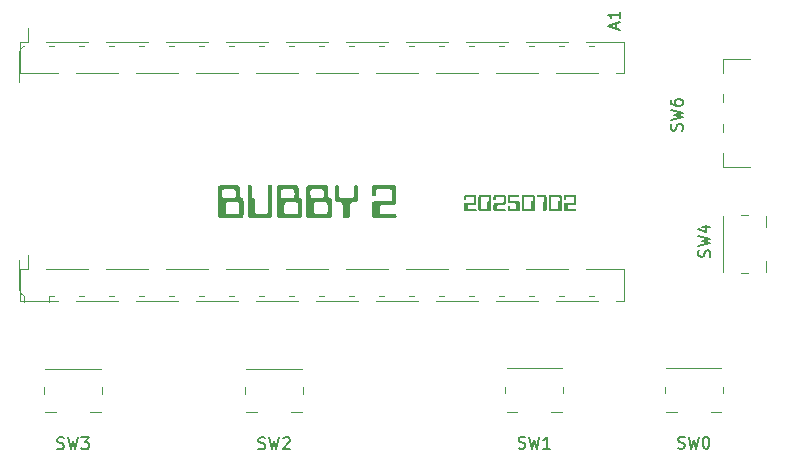
<source format=gbr>
%TF.GenerationSoftware,KiCad,Pcbnew,9.0.0*%
%TF.CreationDate,2025-07-02T08:41:32-07:00*%
%TF.ProjectId,bubby2,62756262-7932-42e6-9b69-6361645f7063,rev?*%
%TF.SameCoordinates,Original*%
%TF.FileFunction,Legend,Top*%
%TF.FilePolarity,Positive*%
%FSLAX46Y46*%
G04 Gerber Fmt 4.6, Leading zero omitted, Abs format (unit mm)*
G04 Created by KiCad (PCBNEW 9.0.0) date 2025-07-02 08:41:32*
%MOMM*%
%LPD*%
G01*
G04 APERTURE LIST*
%ADD10C,0.150000*%
%ADD11C,0.120000*%
G04 APERTURE END LIST*
D10*
G36*
X226601278Y-111187756D02*
G01*
X226598207Y-111248485D01*
X226590745Y-111285850D01*
X226576466Y-111316374D01*
X226555117Y-111340163D01*
X226530033Y-111355654D01*
X226499429Y-111365259D01*
X226393550Y-111371488D01*
X226068218Y-111371488D01*
X225969575Y-111376800D01*
X225937600Y-111386809D01*
X225916086Y-111404552D01*
X225902271Y-111430389D01*
X225894012Y-111470589D01*
X225889891Y-111591031D01*
X225897218Y-111677402D01*
X225908549Y-111703329D01*
X225927626Y-111723197D01*
X225946494Y-111736020D01*
X225974795Y-111742431D01*
X226020957Y-111745637D01*
X226093406Y-111746645D01*
X226433392Y-111746645D01*
X226516190Y-111747744D01*
X226555117Y-111754979D01*
X226576046Y-111764999D01*
X226593860Y-111783281D01*
X226605524Y-111807117D01*
X226609613Y-111836679D01*
X226601599Y-111878995D01*
X226580212Y-111903723D01*
X226544640Y-111916784D01*
X226475341Y-111922500D01*
X225753420Y-111922500D01*
X225654776Y-111915172D01*
X225620358Y-111903646D01*
X225596066Y-111885680D01*
X225579013Y-111860198D01*
X225567673Y-111823490D01*
X225560346Y-111718160D01*
X225560346Y-111397866D01*
X225565567Y-111299955D01*
X225573853Y-111270947D01*
X225587640Y-111246191D01*
X225613571Y-111221286D01*
X225644335Y-111206166D01*
X225682679Y-111198768D01*
X225749298Y-111195633D01*
X226231892Y-111195633D01*
X226292800Y-111195633D01*
X226363050Y-111188397D01*
X226386695Y-111177779D01*
X226403991Y-111161286D01*
X226415463Y-111138468D01*
X226422859Y-111102851D01*
X226427072Y-111001734D01*
X226427072Y-110887062D01*
X226421852Y-110784938D01*
X226412680Y-110750626D01*
X226397671Y-110727602D01*
X226375567Y-110711914D01*
X226343083Y-110702598D01*
X226246638Y-110697377D01*
X225908758Y-110697377D01*
X225823762Y-110702598D01*
X225793575Y-110710498D01*
X225772288Y-110722290D01*
X225756384Y-110739074D01*
X225746093Y-110760758D01*
X225738765Y-110824048D01*
X225736659Y-110869660D01*
X225729493Y-110936193D01*
X225716692Y-110969403D01*
X225693108Y-110988830D01*
X225650655Y-110996331D01*
X225602934Y-110988047D01*
X225578206Y-110967113D01*
X225565985Y-110930181D01*
X225560346Y-110849877D01*
X225560346Y-110722290D01*
X225567673Y-110617785D01*
X225579527Y-110581734D01*
X225598173Y-110557151D01*
X225624797Y-110540210D01*
X225664210Y-110528850D01*
X225778607Y-110521523D01*
X226376697Y-110521523D01*
X226488988Y-110527842D01*
X226525176Y-110537166D01*
X226550903Y-110550740D01*
X226575999Y-110572722D01*
X226591753Y-110602947D01*
X226599172Y-110649933D01*
X226601278Y-110722015D01*
X226601278Y-111187756D01*
G37*
G36*
X227762378Y-110528941D02*
G01*
X227798873Y-110540460D01*
X227824294Y-110558342D01*
X227842127Y-110583897D01*
X227853695Y-110621265D01*
X227861022Y-110727328D01*
X227861022Y-111733456D01*
X227853695Y-111829077D01*
X227842291Y-111862624D01*
X227824294Y-111886779D01*
X227799121Y-111903881D01*
X227763477Y-111915172D01*
X227661720Y-111922500D01*
X226988067Y-111922500D01*
X226878891Y-111915172D01*
X226840821Y-111903042D01*
X226814869Y-111883665D01*
X226797052Y-111856160D01*
X226785560Y-111817536D01*
X226778232Y-111706161D01*
X226778232Y-110895031D01*
X226954454Y-110895031D01*
X226954454Y-111538458D01*
X226958667Y-111652031D01*
X226965868Y-111690989D01*
X226976527Y-111715137D01*
X226993615Y-111731889D01*
X227019575Y-111741424D01*
X227099259Y-111746645D01*
X227319627Y-111746645D01*
X227438146Y-111742431D01*
X227477520Y-111734361D01*
X227501161Y-111721457D01*
X227516950Y-111701126D01*
X227526348Y-111669891D01*
X227531569Y-111574179D01*
X227531569Y-111288231D01*
X227533675Y-111216790D01*
X227535782Y-111152585D01*
X227546223Y-111112651D01*
X227570403Y-111086365D01*
X227613451Y-111065390D01*
X227653810Y-111043780D01*
X227672161Y-111024357D01*
X227680900Y-110997459D01*
X227684801Y-110943391D01*
X227686907Y-110857204D01*
X227680588Y-110777336D01*
X227671003Y-110748405D01*
X227656408Y-110727877D01*
X227635833Y-110713331D01*
X227606124Y-110703697D01*
X227523234Y-110697377D01*
X227137086Y-110697377D01*
X227035328Y-110702690D01*
X227002164Y-110712140D01*
X226980740Y-110727877D01*
X226966849Y-110751131D01*
X226958667Y-110786770D01*
X226954454Y-110895031D01*
X226778232Y-110895031D01*
X226778232Y-110727328D01*
X226785560Y-110617144D01*
X226796620Y-110585238D01*
X226813861Y-110561456D01*
X226839669Y-110542214D01*
X226872571Y-110529949D01*
X226913530Y-110524045D01*
X226985961Y-110521523D01*
X227657507Y-110521523D01*
X227762378Y-110528941D01*
G37*
G36*
X229085228Y-111187756D02*
G01*
X229082157Y-111248485D01*
X229074695Y-111285850D01*
X229060416Y-111316374D01*
X229039066Y-111340163D01*
X229013983Y-111355654D01*
X228983379Y-111365259D01*
X228877500Y-111371488D01*
X228552168Y-111371488D01*
X228453525Y-111376800D01*
X228421549Y-111386809D01*
X228400035Y-111404552D01*
X228386221Y-111430389D01*
X228377962Y-111470589D01*
X228373840Y-111591031D01*
X228381168Y-111677402D01*
X228392499Y-111703329D01*
X228411576Y-111723197D01*
X228430444Y-111736020D01*
X228458745Y-111742431D01*
X228504907Y-111745637D01*
X228577356Y-111746645D01*
X228917342Y-111746645D01*
X229000140Y-111747744D01*
X229039066Y-111754979D01*
X229059996Y-111764999D01*
X229077809Y-111783281D01*
X229089474Y-111807117D01*
X229093563Y-111836679D01*
X229085549Y-111878995D01*
X229064162Y-111903723D01*
X229028589Y-111916784D01*
X228959290Y-111922500D01*
X228237370Y-111922500D01*
X228138726Y-111915172D01*
X228104308Y-111903646D01*
X228080016Y-111885680D01*
X228062962Y-111860198D01*
X228051623Y-111823490D01*
X228044296Y-111718160D01*
X228044296Y-111397866D01*
X228049516Y-111299955D01*
X228057803Y-111270947D01*
X228071590Y-111246191D01*
X228097521Y-111221286D01*
X228128285Y-111206166D01*
X228166629Y-111198768D01*
X228233248Y-111195633D01*
X228715841Y-111195633D01*
X228776749Y-111195633D01*
X228847000Y-111188397D01*
X228870644Y-111177779D01*
X228887941Y-111161286D01*
X228899412Y-111138468D01*
X228906809Y-111102851D01*
X228911022Y-111001734D01*
X228911022Y-110887062D01*
X228905801Y-110784938D01*
X228896629Y-110750626D01*
X228881621Y-110727602D01*
X228859517Y-110711914D01*
X228827033Y-110702598D01*
X228730588Y-110697377D01*
X228392708Y-110697377D01*
X228307712Y-110702598D01*
X228277525Y-110710498D01*
X228256237Y-110722290D01*
X228240333Y-110739074D01*
X228230042Y-110760758D01*
X228222715Y-110824048D01*
X228220608Y-110869660D01*
X228213443Y-110936193D01*
X228200642Y-110969403D01*
X228177058Y-110988830D01*
X228134604Y-110996331D01*
X228086884Y-110988047D01*
X228062156Y-110967113D01*
X228049935Y-110930181D01*
X228044296Y-110849877D01*
X228044296Y-110722290D01*
X228051623Y-110617785D01*
X228063476Y-110581734D01*
X228082123Y-110557151D01*
X228108747Y-110540210D01*
X228148160Y-110528850D01*
X228262557Y-110521523D01*
X228860647Y-110521523D01*
X228972938Y-110527842D01*
X229009125Y-110537166D01*
X229034853Y-110550740D01*
X229059949Y-110572722D01*
X229075703Y-110602947D01*
X229083122Y-110649933D01*
X229085228Y-110722015D01*
X229085228Y-111187756D01*
G37*
G36*
X230288368Y-111698468D02*
G01*
X230280950Y-111815704D01*
X230269339Y-111856058D01*
X230251549Y-111883756D01*
X230225957Y-111903215D01*
X230189725Y-111915172D01*
X230082655Y-111922500D01*
X229463591Y-111922500D01*
X229351300Y-111915172D01*
X229311975Y-111903603D01*
X229285263Y-111885955D01*
X229266566Y-111860467D01*
X229254763Y-111824222D01*
X229247436Y-111717519D01*
X229247436Y-111598267D01*
X229250550Y-111516751D01*
X229266395Y-111479107D01*
X229295888Y-111455734D01*
X229335638Y-111447691D01*
X229378458Y-111455174D01*
X229403782Y-111474894D01*
X229417793Y-111507708D01*
X229423749Y-111568958D01*
X229428969Y-111662015D01*
X229437355Y-111693772D01*
X229449944Y-111715321D01*
X229468521Y-111730652D01*
X229495098Y-111740416D01*
X229572767Y-111746645D01*
X229780496Y-111746645D01*
X229874926Y-111741424D01*
X229907602Y-111732565D01*
X229929515Y-111718435D01*
X229944556Y-111697551D01*
X229953603Y-111667144D01*
X229958915Y-111579125D01*
X229958915Y-111428457D01*
X229953603Y-111330088D01*
X229944027Y-111297795D01*
X229927408Y-111275592D01*
X229902826Y-111261032D01*
X229864393Y-111252602D01*
X229751095Y-111248389D01*
X229455256Y-111248389D01*
X229348186Y-111241062D01*
X229311492Y-111229753D01*
X229285263Y-111212577D01*
X229266566Y-111187956D01*
X229254763Y-111152585D01*
X229247436Y-111050369D01*
X229247436Y-110692157D01*
X229255862Y-110608992D01*
X229267923Y-110579054D01*
X229286271Y-110556327D01*
X229311294Y-110539899D01*
X229346080Y-110528941D01*
X229440510Y-110521523D01*
X230074320Y-110521523D01*
X230153080Y-110527604D01*
X230191831Y-110541215D01*
X230214818Y-110566951D01*
X230223339Y-110610457D01*
X230215855Y-110652676D01*
X230196045Y-110677777D01*
X230162848Y-110691480D01*
X230099508Y-110697377D01*
X229593742Y-110697377D01*
X229499311Y-110703789D01*
X229468879Y-110713037D01*
X229451043Y-110725129D01*
X229439140Y-110745875D01*
X229428969Y-110783748D01*
X229421642Y-110897779D01*
X229427962Y-110989461D01*
X229438101Y-111020395D01*
X229454157Y-111041668D01*
X229476982Y-111056332D01*
X229509753Y-111066123D01*
X229606290Y-111072534D01*
X230072214Y-111072534D01*
X230183405Y-111079862D01*
X230222013Y-111091358D01*
X230249442Y-111109171D01*
X230269030Y-111134619D01*
X230280950Y-111169896D01*
X230288368Y-111273485D01*
X230288368Y-111698468D01*
G37*
G36*
X231442141Y-110528941D02*
G01*
X231478635Y-110540460D01*
X231504057Y-110558342D01*
X231521890Y-110583897D01*
X231533457Y-110621265D01*
X231540785Y-110727328D01*
X231540785Y-111733456D01*
X231533457Y-111829077D01*
X231522054Y-111862624D01*
X231504057Y-111886779D01*
X231478884Y-111903881D01*
X231443240Y-111915172D01*
X231341483Y-111922500D01*
X230667830Y-111922500D01*
X230558654Y-111915172D01*
X230520584Y-111903042D01*
X230494632Y-111883665D01*
X230476815Y-111856160D01*
X230465322Y-111817536D01*
X230457995Y-111706161D01*
X230457995Y-110895031D01*
X230634216Y-110895031D01*
X230634216Y-111538458D01*
X230638429Y-111652031D01*
X230645631Y-111690989D01*
X230656290Y-111715137D01*
X230673378Y-111731889D01*
X230699338Y-111741424D01*
X230779022Y-111746645D01*
X230999390Y-111746645D01*
X231117909Y-111742431D01*
X231157283Y-111734361D01*
X231180923Y-111721457D01*
X231196713Y-111701126D01*
X231206111Y-111669891D01*
X231211332Y-111574179D01*
X231211332Y-111288231D01*
X231213438Y-111216790D01*
X231215545Y-111152585D01*
X231225986Y-111112651D01*
X231250166Y-111086365D01*
X231293214Y-111065390D01*
X231333572Y-111043780D01*
X231351924Y-111024357D01*
X231360663Y-110997459D01*
X231364563Y-110943391D01*
X231366670Y-110857204D01*
X231360350Y-110777336D01*
X231350766Y-110748405D01*
X231336170Y-110727877D01*
X231315595Y-110713331D01*
X231285887Y-110703697D01*
X231202997Y-110697377D01*
X230816849Y-110697377D01*
X230715091Y-110702690D01*
X230681927Y-110712140D01*
X230660503Y-110727877D01*
X230646612Y-110751131D01*
X230638429Y-110786770D01*
X230634216Y-110895031D01*
X230457995Y-110895031D01*
X230457995Y-110727328D01*
X230465322Y-110617144D01*
X230476383Y-110585238D01*
X230493624Y-110561456D01*
X230519432Y-110542214D01*
X230552334Y-110529949D01*
X230593293Y-110524045D01*
X230665724Y-110521523D01*
X231337269Y-110521523D01*
X231442141Y-110528941D01*
G37*
G36*
X232540410Y-111727136D02*
G01*
X232533082Y-111821658D01*
X232522621Y-111856722D01*
X232507895Y-111881558D01*
X232487078Y-111900179D01*
X232458527Y-111913066D01*
X232424928Y-111919893D01*
X232378843Y-111922500D01*
X232295953Y-111914073D01*
X232266171Y-111902023D01*
X232243471Y-111883665D01*
X232227217Y-111858516D01*
X232216177Y-111822757D01*
X232208850Y-111724938D01*
X232208850Y-111268997D01*
X232211964Y-111180703D01*
X232222497Y-111125016D01*
X232244479Y-111090395D01*
X232284413Y-111067222D01*
X232325354Y-111044141D01*
X232349442Y-111015748D01*
X232360983Y-110971601D01*
X232364188Y-110903274D01*
X232359975Y-110790892D01*
X232351518Y-110753422D01*
X232336894Y-110728976D01*
X232314670Y-110712290D01*
X232282306Y-110702690D01*
X232183662Y-110697377D01*
X231805941Y-110697377D01*
X231744331Y-110691488D01*
X231710411Y-110677502D01*
X231689653Y-110652636D01*
X231682110Y-110613663D01*
X231690234Y-110570858D01*
X231712518Y-110543504D01*
X231748443Y-110527904D01*
X231810154Y-110521523D01*
X232349442Y-110521523D01*
X232444972Y-110529949D01*
X232478538Y-110542132D01*
X232502674Y-110560357D01*
X232519932Y-110585734D01*
X232531983Y-110622364D01*
X232540410Y-110723206D01*
X232540410Y-111727136D01*
G37*
G36*
X233722392Y-110528941D02*
G01*
X233758887Y-110540460D01*
X233784308Y-110558342D01*
X233802141Y-110583897D01*
X233813709Y-110621265D01*
X233821036Y-110727328D01*
X233821036Y-111733456D01*
X233813709Y-111829077D01*
X233802305Y-111862624D01*
X233784308Y-111886779D01*
X233759135Y-111903881D01*
X233723491Y-111915172D01*
X233621734Y-111922500D01*
X232948081Y-111922500D01*
X232838905Y-111915172D01*
X232800835Y-111903042D01*
X232774883Y-111883665D01*
X232757066Y-111856160D01*
X232745574Y-111817536D01*
X232738246Y-111706161D01*
X232738246Y-110895031D01*
X232914468Y-110895031D01*
X232914468Y-111538458D01*
X232918681Y-111652031D01*
X232925882Y-111690989D01*
X232936541Y-111715137D01*
X232953629Y-111731889D01*
X232979589Y-111741424D01*
X233059273Y-111746645D01*
X233279641Y-111746645D01*
X233398160Y-111742431D01*
X233437534Y-111734361D01*
X233461175Y-111721457D01*
X233476964Y-111701126D01*
X233486362Y-111669891D01*
X233491583Y-111574179D01*
X233491583Y-111288231D01*
X233493689Y-111216790D01*
X233495796Y-111152585D01*
X233506237Y-111112651D01*
X233530417Y-111086365D01*
X233573465Y-111065390D01*
X233613824Y-111043780D01*
X233632175Y-111024357D01*
X233640914Y-110997459D01*
X233644815Y-110943391D01*
X233646921Y-110857204D01*
X233640602Y-110777336D01*
X233631017Y-110748405D01*
X233616421Y-110727877D01*
X233595847Y-110713331D01*
X233566138Y-110703697D01*
X233483248Y-110697377D01*
X233097100Y-110697377D01*
X232995342Y-110702690D01*
X232962178Y-110712140D01*
X232940754Y-110727877D01*
X232926863Y-110751131D01*
X232918681Y-110786770D01*
X232914468Y-110895031D01*
X232738246Y-110895031D01*
X232738246Y-110727328D01*
X232745574Y-110617144D01*
X232756634Y-110585238D01*
X232773875Y-110561456D01*
X232799683Y-110542214D01*
X232832585Y-110529949D01*
X232873544Y-110524045D01*
X232945975Y-110521523D01*
X233617521Y-110521523D01*
X233722392Y-110528941D01*
G37*
G36*
X235045242Y-111187756D02*
G01*
X235042171Y-111248485D01*
X235034709Y-111285850D01*
X235020430Y-111316374D01*
X234999080Y-111340163D01*
X234973997Y-111355654D01*
X234943393Y-111365259D01*
X234837514Y-111371488D01*
X234512182Y-111371488D01*
X234413539Y-111376800D01*
X234381563Y-111386809D01*
X234360049Y-111404552D01*
X234346235Y-111430389D01*
X234337976Y-111470589D01*
X234333854Y-111591031D01*
X234341182Y-111677402D01*
X234352513Y-111703329D01*
X234371590Y-111723197D01*
X234390458Y-111736020D01*
X234418759Y-111742431D01*
X234464921Y-111745637D01*
X234537370Y-111746645D01*
X234877356Y-111746645D01*
X234960154Y-111747744D01*
X234999080Y-111754979D01*
X235020010Y-111764999D01*
X235037823Y-111783281D01*
X235049488Y-111807117D01*
X235053577Y-111836679D01*
X235045563Y-111878995D01*
X235024176Y-111903723D01*
X234988603Y-111916784D01*
X234919304Y-111922500D01*
X234197384Y-111922500D01*
X234098740Y-111915172D01*
X234064322Y-111903646D01*
X234040030Y-111885680D01*
X234022976Y-111860198D01*
X234011637Y-111823490D01*
X234004310Y-111718160D01*
X234004310Y-111397866D01*
X234009530Y-111299955D01*
X234017817Y-111270947D01*
X234031604Y-111246191D01*
X234057535Y-111221286D01*
X234088299Y-111206166D01*
X234126643Y-111198768D01*
X234193262Y-111195633D01*
X234675855Y-111195633D01*
X234736763Y-111195633D01*
X234807014Y-111188397D01*
X234830658Y-111177779D01*
X234847955Y-111161286D01*
X234859426Y-111138468D01*
X234866823Y-111102851D01*
X234871036Y-111001734D01*
X234871036Y-110887062D01*
X234865815Y-110784938D01*
X234856643Y-110750626D01*
X234841635Y-110727602D01*
X234819531Y-110711914D01*
X234787047Y-110702598D01*
X234690602Y-110697377D01*
X234352722Y-110697377D01*
X234267726Y-110702598D01*
X234237539Y-110710498D01*
X234216251Y-110722290D01*
X234200347Y-110739074D01*
X234190056Y-110760758D01*
X234182729Y-110824048D01*
X234180622Y-110869660D01*
X234173457Y-110936193D01*
X234160656Y-110969403D01*
X234137071Y-110988830D01*
X234094618Y-110996331D01*
X234046898Y-110988047D01*
X234022170Y-110967113D01*
X234009949Y-110930181D01*
X234004310Y-110849877D01*
X234004310Y-110722290D01*
X234011637Y-110617785D01*
X234023490Y-110581734D01*
X234042137Y-110557151D01*
X234068761Y-110540210D01*
X234108174Y-110528850D01*
X234222571Y-110521523D01*
X234820661Y-110521523D01*
X234932951Y-110527842D01*
X234969139Y-110537166D01*
X234994867Y-110550740D01*
X235019963Y-110572722D01*
X235035717Y-110602947D01*
X235043136Y-110649933D01*
X235045242Y-110722015D01*
X235045242Y-111187756D01*
G37*
G36*
X206382493Y-109707883D02*
G01*
X206443715Y-109728720D01*
X206493868Y-109760457D01*
X206533636Y-109811077D01*
X206560913Y-109870366D01*
X206575841Y-109941029D01*
X206581979Y-110055746D01*
X206581979Y-110477615D01*
X206586192Y-110612803D01*
X206605059Y-110697067D01*
X206651221Y-110749823D01*
X206733104Y-110789757D01*
X206816818Y-110830057D01*
X206860965Y-110886844D01*
X206879833Y-110988143D01*
X206884046Y-111165280D01*
X206884046Y-112114347D01*
X206867193Y-112312733D01*
X206843202Y-112382186D01*
X206808575Y-112430886D01*
X206760486Y-112465801D01*
X206693170Y-112489870D01*
X206506324Y-112506723D01*
X205121284Y-112506723D01*
X204919784Y-112492069D01*
X204856982Y-112471002D01*
X204806577Y-112439312D01*
X204760985Y-112384193D01*
X204735136Y-112323175D01*
X204723496Y-112247515D01*
X204718467Y-112110134D01*
X204718467Y-111713911D01*
X205373160Y-111713911D01*
X205381586Y-111947102D01*
X205396399Y-112027196D01*
X205419322Y-112079359D01*
X205455537Y-112117302D01*
X205507432Y-112140359D01*
X205666984Y-112155013D01*
X206195831Y-112155013D01*
X206384691Y-112144572D01*
X206444265Y-112123539D01*
X206485442Y-112083572D01*
X206510639Y-112025197D01*
X206525192Y-111928234D01*
X206531603Y-111634043D01*
X206525192Y-111365315D01*
X206511306Y-111275767D01*
X206487457Y-111220418D01*
X206448730Y-111181415D01*
X206392935Y-111159419D01*
X206216713Y-111146779D01*
X205688050Y-111146779D01*
X205530513Y-111157404D01*
X205474554Y-111173453D01*
X205436174Y-111197337D01*
X205408674Y-111232041D01*
X205390012Y-111283433D01*
X205377373Y-111428330D01*
X205373160Y-111713911D01*
X204718467Y-111713911D01*
X204718467Y-110445558D01*
X205070909Y-110445558D01*
X205081350Y-110630938D01*
X205098765Y-110695285D01*
X205125497Y-110737550D01*
X205165218Y-110766532D01*
X205224233Y-110784445D01*
X205402652Y-110795069D01*
X205943955Y-110795069D01*
X206088669Y-110780232D01*
X206140081Y-110758820D01*
X206176963Y-110726926D01*
X206202571Y-110682796D01*
X206220927Y-110616100D01*
X206233566Y-110428522D01*
X206223125Y-110232334D01*
X206206264Y-110161496D01*
X206181176Y-110115097D01*
X206144100Y-110081499D01*
X206092882Y-110059776D01*
X205943955Y-110044755D01*
X205410895Y-110044755D01*
X205226248Y-110055380D01*
X205165724Y-110074706D01*
X205123482Y-110108686D01*
X205095623Y-110157636D01*
X205079335Y-110230319D01*
X205070909Y-110445558D01*
X204718467Y-110445558D01*
X204718467Y-110076995D01*
X204735136Y-109878792D01*
X204760729Y-109810142D01*
X204800166Y-109762655D01*
X204855105Y-109730085D01*
X204934622Y-109707883D01*
X205163416Y-109693046D01*
X206170551Y-109693046D01*
X206382493Y-109707883D01*
G37*
G36*
X209298936Y-112127170D02*
G01*
X209282083Y-112327571D01*
X209255439Y-112393615D01*
X209210825Y-112441327D01*
X209149040Y-112473226D01*
X209057502Y-112494084D01*
X208791155Y-112506723D01*
X207695726Y-112506723D01*
X207452277Y-112492069D01*
X207366827Y-112469183D01*
X207307380Y-112435099D01*
X207264743Y-112384869D01*
X207238137Y-112312733D01*
X207221467Y-112106104D01*
X207221467Y-109909017D01*
X207234954Y-109800462D01*
X207269302Y-109733564D01*
X207321607Y-109695120D01*
X207397689Y-109681322D01*
X207483485Y-109695949D01*
X207533976Y-109734262D01*
X207562202Y-109797355D01*
X207573910Y-109909750D01*
X207573910Y-110357814D01*
X207573910Y-110493185D01*
X207580186Y-110611574D01*
X207594976Y-110679298D01*
X207625473Y-110728984D01*
X207674660Y-110759532D01*
X207746101Y-110793421D01*
X207815344Y-110835736D01*
X207857293Y-110897102D01*
X207876160Y-111011224D01*
X207880373Y-111203565D01*
X207880373Y-111685701D01*
X207880373Y-111837925D01*
X207893013Y-112007002D01*
X207913241Y-112063962D01*
X207945403Y-112102257D01*
X207990951Y-112127629D01*
X208058793Y-112144572D01*
X208258095Y-112155013D01*
X208640030Y-112155013D01*
X208795368Y-112142374D01*
X208849233Y-112123626D01*
X208887692Y-112095846D01*
X208915186Y-112056776D01*
X208933854Y-112000774D01*
X208946494Y-111842138D01*
X208946494Y-111694127D01*
X208946494Y-109909750D01*
X208958737Y-109797562D01*
X208988442Y-109734262D01*
X209040184Y-109695693D01*
X209122715Y-109681322D01*
X209205264Y-109695651D01*
X209256987Y-109734078D01*
X209286707Y-109797316D01*
X209298936Y-109909017D01*
X209298936Y-112127170D01*
G37*
G36*
X211353324Y-109707883D02*
G01*
X211414545Y-109728720D01*
X211464698Y-109760457D01*
X211504467Y-109811077D01*
X211531743Y-109870366D01*
X211546671Y-109941029D01*
X211552809Y-110055746D01*
X211552809Y-110477615D01*
X211557022Y-110612803D01*
X211575890Y-110697067D01*
X211622052Y-110749823D01*
X211703934Y-110789757D01*
X211787648Y-110830057D01*
X211831795Y-110886844D01*
X211850663Y-110988143D01*
X211854876Y-111165280D01*
X211854876Y-112114347D01*
X211838024Y-112312733D01*
X211814032Y-112382186D01*
X211779405Y-112430886D01*
X211731317Y-112465801D01*
X211664001Y-112489870D01*
X211477155Y-112506723D01*
X210092115Y-112506723D01*
X209890614Y-112492069D01*
X209827812Y-112471002D01*
X209777408Y-112439312D01*
X209731816Y-112384193D01*
X209705967Y-112323175D01*
X209694326Y-112247515D01*
X209689297Y-112110134D01*
X209689297Y-111713911D01*
X210343990Y-111713911D01*
X210352416Y-111947102D01*
X210367229Y-112027196D01*
X210390152Y-112079359D01*
X210426367Y-112117302D01*
X210478263Y-112140359D01*
X210637814Y-112155013D01*
X211166661Y-112155013D01*
X211355522Y-112144572D01*
X211415095Y-112123539D01*
X211456272Y-112083572D01*
X211481470Y-112025197D01*
X211496022Y-111928234D01*
X211502434Y-111634043D01*
X211496022Y-111365315D01*
X211482136Y-111275767D01*
X211458287Y-111220418D01*
X211419560Y-111181415D01*
X211363765Y-111159419D01*
X211187544Y-111146779D01*
X210658880Y-111146779D01*
X210501343Y-111157404D01*
X210445384Y-111173453D01*
X210407005Y-111197337D01*
X210379504Y-111232041D01*
X210360843Y-111283433D01*
X210348203Y-111428330D01*
X210343990Y-111713911D01*
X209689297Y-111713911D01*
X209689297Y-110445558D01*
X210041740Y-110445558D01*
X210052181Y-110630938D01*
X210069596Y-110695285D01*
X210096328Y-110737550D01*
X210136048Y-110766532D01*
X210195063Y-110784445D01*
X210373482Y-110795069D01*
X210914786Y-110795069D01*
X211059499Y-110780232D01*
X211110911Y-110758820D01*
X211147793Y-110726926D01*
X211173402Y-110682796D01*
X211191757Y-110616100D01*
X211204397Y-110428522D01*
X211193955Y-110232334D01*
X211177094Y-110161496D01*
X211152006Y-110115097D01*
X211114931Y-110081499D01*
X211063713Y-110059776D01*
X210914786Y-110044755D01*
X210381726Y-110044755D01*
X210197078Y-110055380D01*
X210136555Y-110074706D01*
X210094313Y-110108686D01*
X210066454Y-110157636D01*
X210050166Y-110230319D01*
X210041740Y-110445558D01*
X209689297Y-110445558D01*
X209689297Y-110076995D01*
X209705967Y-109878792D01*
X209731559Y-109810142D01*
X209770996Y-109762655D01*
X209825935Y-109730085D01*
X209905452Y-109707883D01*
X210134246Y-109693046D01*
X211141382Y-109693046D01*
X211353324Y-109707883D01*
G37*
G36*
X213856324Y-109707883D02*
G01*
X213917546Y-109728720D01*
X213967699Y-109760457D01*
X214007467Y-109811077D01*
X214034744Y-109870366D01*
X214049672Y-109941029D01*
X214055810Y-110055746D01*
X214055810Y-110477615D01*
X214060023Y-110612803D01*
X214078891Y-110697067D01*
X214125052Y-110749823D01*
X214206935Y-110789757D01*
X214290649Y-110830057D01*
X214334796Y-110886844D01*
X214353664Y-110988143D01*
X214357877Y-111165280D01*
X214357877Y-112114347D01*
X214341024Y-112312733D01*
X214317033Y-112382186D01*
X214282406Y-112430886D01*
X214234318Y-112465801D01*
X214167001Y-112489870D01*
X213980155Y-112506723D01*
X212595115Y-112506723D01*
X212393615Y-112492069D01*
X212330813Y-112471002D01*
X212280408Y-112439312D01*
X212234816Y-112384193D01*
X212208967Y-112323175D01*
X212197327Y-112247515D01*
X212192298Y-112110134D01*
X212192298Y-111713911D01*
X212846991Y-111713911D01*
X212855417Y-111947102D01*
X212870230Y-112027196D01*
X212893153Y-112079359D01*
X212929368Y-112117302D01*
X212981263Y-112140359D01*
X213140815Y-112155013D01*
X213669662Y-112155013D01*
X213858522Y-112144572D01*
X213918096Y-112123539D01*
X213959273Y-112083572D01*
X213984470Y-112025197D01*
X213999023Y-111928234D01*
X214005435Y-111634043D01*
X213999023Y-111365315D01*
X213985137Y-111275767D01*
X213961288Y-111220418D01*
X213922561Y-111181415D01*
X213866766Y-111159419D01*
X213690544Y-111146779D01*
X213161881Y-111146779D01*
X213004344Y-111157404D01*
X212948385Y-111173453D01*
X212910005Y-111197337D01*
X212882505Y-111232041D01*
X212863843Y-111283433D01*
X212851204Y-111428330D01*
X212846991Y-111713911D01*
X212192298Y-111713911D01*
X212192298Y-110445558D01*
X212544740Y-110445558D01*
X212555182Y-110630938D01*
X212572596Y-110695285D01*
X212599328Y-110737550D01*
X212639049Y-110766532D01*
X212698064Y-110784445D01*
X212876483Y-110795069D01*
X213417786Y-110795069D01*
X213562500Y-110780232D01*
X213613912Y-110758820D01*
X213650794Y-110726926D01*
X213676402Y-110682796D01*
X213694758Y-110616100D01*
X213707397Y-110428522D01*
X213696956Y-110232334D01*
X213680095Y-110161496D01*
X213655007Y-110115097D01*
X213617931Y-110081499D01*
X213566713Y-110059776D01*
X213417786Y-110044755D01*
X212884726Y-110044755D01*
X212700079Y-110055380D01*
X212639556Y-110074706D01*
X212597313Y-110108686D01*
X212569454Y-110157636D01*
X212553167Y-110230319D01*
X212544740Y-110445558D01*
X212192298Y-110445558D01*
X212192298Y-110076995D01*
X212208967Y-109878792D01*
X212234560Y-109810142D01*
X212273997Y-109762655D01*
X212328936Y-109730085D01*
X212408453Y-109707883D01*
X212637247Y-109693046D01*
X213644383Y-109693046D01*
X213856324Y-109707883D01*
G37*
G36*
X215929213Y-112085771D02*
G01*
X215920787Y-112264740D01*
X215895691Y-112367871D01*
X215853292Y-112430204D01*
X215794758Y-112473018D01*
X215720541Y-112497268D01*
X215610293Y-112506723D01*
X215513862Y-112501537D01*
X215442315Y-112487855D01*
X215381549Y-112461352D01*
X215337352Y-112422459D01*
X215306441Y-112370019D01*
X215284962Y-112295697D01*
X215270307Y-112088885D01*
X215270307Y-111476873D01*
X215259683Y-111305964D01*
X215244067Y-111245408D01*
X215221947Y-111204665D01*
X215189327Y-111174680D01*
X215142263Y-111154106D01*
X215010005Y-111139269D01*
X214934534Y-111135055D01*
X214842343Y-111129846D01*
X214774983Y-111116188D01*
X214718217Y-111089838D01*
X214676431Y-111050792D01*
X214646882Y-110999244D01*
X214626056Y-110928609D01*
X214611401Y-110730589D01*
X214611401Y-109925687D01*
X214623690Y-109805927D01*
X214653350Y-109738292D01*
X214706054Y-109696789D01*
X214791835Y-109681322D01*
X214877398Y-109696455D01*
X214928123Y-109736460D01*
X214956135Y-109802901D01*
X214968057Y-109926969D01*
X214968057Y-110473218D01*
X214978498Y-110642662D01*
X214996653Y-110700303D01*
X215026858Y-110740115D01*
X215070481Y-110767016D01*
X215135852Y-110784445D01*
X215329109Y-110795069D01*
X215878838Y-110795069D01*
X216067699Y-110784445D01*
X216133230Y-110767008D01*
X216176876Y-110740115D01*
X216207039Y-110700301D01*
X216225052Y-110642662D01*
X216235677Y-110473218D01*
X216235677Y-109922756D01*
X216248051Y-109802621D01*
X216277626Y-109736460D01*
X216330142Y-109696371D01*
X216416111Y-109681322D01*
X216501481Y-109696871D01*
X216552399Y-109738292D01*
X216580491Y-109806411D01*
X216592333Y-109930450D01*
X216592333Y-110737184D01*
X216577678Y-110933555D01*
X216556659Y-111005793D01*
X216527303Y-111055921D01*
X216486052Y-111093973D01*
X216430766Y-111121500D01*
X216365232Y-111137659D01*
X216273413Y-111146779D01*
X216197758Y-111146779D01*
X216061288Y-111165830D01*
X216013843Y-111186311D01*
X215979588Y-111216388D01*
X215955806Y-111256892D01*
X215939655Y-111315307D01*
X215929213Y-111479438D01*
X215929213Y-112085771D01*
G37*
G36*
X219822200Y-111025512D02*
G01*
X219816057Y-111146971D01*
X219801134Y-111221700D01*
X219772576Y-111282748D01*
X219729876Y-111330327D01*
X219679709Y-111361309D01*
X219618502Y-111380519D01*
X219406743Y-111392976D01*
X218756080Y-111392976D01*
X218558793Y-111403600D01*
X218494843Y-111423618D01*
X218451815Y-111459105D01*
X218424185Y-111510778D01*
X218407668Y-111591179D01*
X218399424Y-111832063D01*
X218414079Y-112004804D01*
X218436741Y-112056658D01*
X218474895Y-112096395D01*
X218512631Y-112122041D01*
X218569234Y-112134863D01*
X218661558Y-112141275D01*
X218806455Y-112143290D01*
X219486427Y-112143290D01*
X219652024Y-112145488D01*
X219729876Y-112159959D01*
X219771735Y-112179999D01*
X219807362Y-112216563D01*
X219830692Y-112264234D01*
X219838870Y-112323358D01*
X219822842Y-112407991D01*
X219780068Y-112457447D01*
X219708923Y-112483569D01*
X219570325Y-112495000D01*
X218126483Y-112495000D01*
X217929196Y-112480345D01*
X217860359Y-112457293D01*
X217811776Y-112421360D01*
X217777669Y-112370396D01*
X217754990Y-112296980D01*
X217740335Y-112086320D01*
X217740335Y-111445732D01*
X217750776Y-111249911D01*
X217767349Y-111191895D01*
X217794923Y-111142383D01*
X217846786Y-111092572D01*
X217908313Y-111062332D01*
X217985002Y-111047536D01*
X218118240Y-111041266D01*
X219083427Y-111041266D01*
X219205243Y-111041266D01*
X219345743Y-111026795D01*
X219393032Y-111005558D01*
X219427626Y-110972573D01*
X219450569Y-110926937D01*
X219465361Y-110855703D01*
X219473788Y-110653469D01*
X219473788Y-110424125D01*
X219463346Y-110219877D01*
X219445003Y-110151253D01*
X219414986Y-110105205D01*
X219370777Y-110073828D01*
X219305810Y-110055197D01*
X219112919Y-110044755D01*
X218437160Y-110044755D01*
X218267167Y-110055197D01*
X218206794Y-110070996D01*
X218164219Y-110094581D01*
X218132410Y-110128148D01*
X218111828Y-110171517D01*
X218097174Y-110298096D01*
X218092961Y-110389321D01*
X218078630Y-110522387D01*
X218053027Y-110588806D01*
X218005859Y-110627661D01*
X217920953Y-110642662D01*
X217825512Y-110626094D01*
X217776056Y-110584227D01*
X217751613Y-110510362D01*
X217740335Y-110349754D01*
X217740335Y-110094581D01*
X217754990Y-109885570D01*
X217778696Y-109813468D01*
X217815989Y-109764303D01*
X217869238Y-109730421D01*
X217948064Y-109707700D01*
X218176858Y-109693046D01*
X219373037Y-109693046D01*
X219597619Y-109705685D01*
X219669995Y-109724332D01*
X219721450Y-109751481D01*
X219771642Y-109795444D01*
X219803149Y-109855894D01*
X219817987Y-109949867D01*
X219822200Y-110094031D01*
X219822200Y-111025512D01*
G37*
X238454104Y-96436788D02*
X238454104Y-95960598D01*
X238739819Y-96532026D02*
X237739819Y-96198693D01*
X237739819Y-96198693D02*
X238739819Y-95865360D01*
X238739819Y-95008217D02*
X238739819Y-95579645D01*
X238739819Y-95293931D02*
X237739819Y-95293931D01*
X237739819Y-95293931D02*
X237882676Y-95389169D01*
X237882676Y-95389169D02*
X237977914Y-95484407D01*
X237977914Y-95484407D02*
X238025533Y-95579645D01*
X208141667Y-132007200D02*
X208284524Y-132054819D01*
X208284524Y-132054819D02*
X208522619Y-132054819D01*
X208522619Y-132054819D02*
X208617857Y-132007200D01*
X208617857Y-132007200D02*
X208665476Y-131959580D01*
X208665476Y-131959580D02*
X208713095Y-131864342D01*
X208713095Y-131864342D02*
X208713095Y-131769104D01*
X208713095Y-131769104D02*
X208665476Y-131673866D01*
X208665476Y-131673866D02*
X208617857Y-131626247D01*
X208617857Y-131626247D02*
X208522619Y-131578628D01*
X208522619Y-131578628D02*
X208332143Y-131531009D01*
X208332143Y-131531009D02*
X208236905Y-131483390D01*
X208236905Y-131483390D02*
X208189286Y-131435771D01*
X208189286Y-131435771D02*
X208141667Y-131340533D01*
X208141667Y-131340533D02*
X208141667Y-131245295D01*
X208141667Y-131245295D02*
X208189286Y-131150057D01*
X208189286Y-131150057D02*
X208236905Y-131102438D01*
X208236905Y-131102438D02*
X208332143Y-131054819D01*
X208332143Y-131054819D02*
X208570238Y-131054819D01*
X208570238Y-131054819D02*
X208713095Y-131102438D01*
X209046429Y-131054819D02*
X209284524Y-132054819D01*
X209284524Y-132054819D02*
X209475000Y-131340533D01*
X209475000Y-131340533D02*
X209665476Y-132054819D01*
X209665476Y-132054819D02*
X209903572Y-131054819D01*
X210236905Y-131150057D02*
X210284524Y-131102438D01*
X210284524Y-131102438D02*
X210379762Y-131054819D01*
X210379762Y-131054819D02*
X210617857Y-131054819D01*
X210617857Y-131054819D02*
X210713095Y-131102438D01*
X210713095Y-131102438D02*
X210760714Y-131150057D01*
X210760714Y-131150057D02*
X210808333Y-131245295D01*
X210808333Y-131245295D02*
X210808333Y-131340533D01*
X210808333Y-131340533D02*
X210760714Y-131483390D01*
X210760714Y-131483390D02*
X210189286Y-132054819D01*
X210189286Y-132054819D02*
X210808333Y-132054819D01*
X246357200Y-115783332D02*
X246404819Y-115640475D01*
X246404819Y-115640475D02*
X246404819Y-115402380D01*
X246404819Y-115402380D02*
X246357200Y-115307142D01*
X246357200Y-115307142D02*
X246309580Y-115259523D01*
X246309580Y-115259523D02*
X246214342Y-115211904D01*
X246214342Y-115211904D02*
X246119104Y-115211904D01*
X246119104Y-115211904D02*
X246023866Y-115259523D01*
X246023866Y-115259523D02*
X245976247Y-115307142D01*
X245976247Y-115307142D02*
X245928628Y-115402380D01*
X245928628Y-115402380D02*
X245881009Y-115592856D01*
X245881009Y-115592856D02*
X245833390Y-115688094D01*
X245833390Y-115688094D02*
X245785771Y-115735713D01*
X245785771Y-115735713D02*
X245690533Y-115783332D01*
X245690533Y-115783332D02*
X245595295Y-115783332D01*
X245595295Y-115783332D02*
X245500057Y-115735713D01*
X245500057Y-115735713D02*
X245452438Y-115688094D01*
X245452438Y-115688094D02*
X245404819Y-115592856D01*
X245404819Y-115592856D02*
X245404819Y-115354761D01*
X245404819Y-115354761D02*
X245452438Y-115211904D01*
X245404819Y-114878570D02*
X246404819Y-114640475D01*
X246404819Y-114640475D02*
X245690533Y-114449999D01*
X245690533Y-114449999D02*
X246404819Y-114259523D01*
X246404819Y-114259523D02*
X245404819Y-114021428D01*
X245738152Y-113211904D02*
X246404819Y-113211904D01*
X245357200Y-113449999D02*
X246071485Y-113688094D01*
X246071485Y-113688094D02*
X246071485Y-113069047D01*
X244007200Y-105083332D02*
X244054819Y-104940475D01*
X244054819Y-104940475D02*
X244054819Y-104702380D01*
X244054819Y-104702380D02*
X244007200Y-104607142D01*
X244007200Y-104607142D02*
X243959580Y-104559523D01*
X243959580Y-104559523D02*
X243864342Y-104511904D01*
X243864342Y-104511904D02*
X243769104Y-104511904D01*
X243769104Y-104511904D02*
X243673866Y-104559523D01*
X243673866Y-104559523D02*
X243626247Y-104607142D01*
X243626247Y-104607142D02*
X243578628Y-104702380D01*
X243578628Y-104702380D02*
X243531009Y-104892856D01*
X243531009Y-104892856D02*
X243483390Y-104988094D01*
X243483390Y-104988094D02*
X243435771Y-105035713D01*
X243435771Y-105035713D02*
X243340533Y-105083332D01*
X243340533Y-105083332D02*
X243245295Y-105083332D01*
X243245295Y-105083332D02*
X243150057Y-105035713D01*
X243150057Y-105035713D02*
X243102438Y-104988094D01*
X243102438Y-104988094D02*
X243054819Y-104892856D01*
X243054819Y-104892856D02*
X243054819Y-104654761D01*
X243054819Y-104654761D02*
X243102438Y-104511904D01*
X243054819Y-104178570D02*
X244054819Y-103940475D01*
X244054819Y-103940475D02*
X243340533Y-103749999D01*
X243340533Y-103749999D02*
X244054819Y-103559523D01*
X244054819Y-103559523D02*
X243054819Y-103321428D01*
X243054819Y-102511904D02*
X243054819Y-102702380D01*
X243054819Y-102702380D02*
X243102438Y-102797618D01*
X243102438Y-102797618D02*
X243150057Y-102845237D01*
X243150057Y-102845237D02*
X243292914Y-102940475D01*
X243292914Y-102940475D02*
X243483390Y-102988094D01*
X243483390Y-102988094D02*
X243864342Y-102988094D01*
X243864342Y-102988094D02*
X243959580Y-102940475D01*
X243959580Y-102940475D02*
X244007200Y-102892856D01*
X244007200Y-102892856D02*
X244054819Y-102797618D01*
X244054819Y-102797618D02*
X244054819Y-102607142D01*
X244054819Y-102607142D02*
X244007200Y-102511904D01*
X244007200Y-102511904D02*
X243959580Y-102464285D01*
X243959580Y-102464285D02*
X243864342Y-102416666D01*
X243864342Y-102416666D02*
X243626247Y-102416666D01*
X243626247Y-102416666D02*
X243531009Y-102464285D01*
X243531009Y-102464285D02*
X243483390Y-102511904D01*
X243483390Y-102511904D02*
X243435771Y-102607142D01*
X243435771Y-102607142D02*
X243435771Y-102797618D01*
X243435771Y-102797618D02*
X243483390Y-102892856D01*
X243483390Y-102892856D02*
X243531009Y-102940475D01*
X243531009Y-102940475D02*
X243626247Y-102988094D01*
X243666667Y-131957200D02*
X243809524Y-132004819D01*
X243809524Y-132004819D02*
X244047619Y-132004819D01*
X244047619Y-132004819D02*
X244142857Y-131957200D01*
X244142857Y-131957200D02*
X244190476Y-131909580D01*
X244190476Y-131909580D02*
X244238095Y-131814342D01*
X244238095Y-131814342D02*
X244238095Y-131719104D01*
X244238095Y-131719104D02*
X244190476Y-131623866D01*
X244190476Y-131623866D02*
X244142857Y-131576247D01*
X244142857Y-131576247D02*
X244047619Y-131528628D01*
X244047619Y-131528628D02*
X243857143Y-131481009D01*
X243857143Y-131481009D02*
X243761905Y-131433390D01*
X243761905Y-131433390D02*
X243714286Y-131385771D01*
X243714286Y-131385771D02*
X243666667Y-131290533D01*
X243666667Y-131290533D02*
X243666667Y-131195295D01*
X243666667Y-131195295D02*
X243714286Y-131100057D01*
X243714286Y-131100057D02*
X243761905Y-131052438D01*
X243761905Y-131052438D02*
X243857143Y-131004819D01*
X243857143Y-131004819D02*
X244095238Y-131004819D01*
X244095238Y-131004819D02*
X244238095Y-131052438D01*
X244571429Y-131004819D02*
X244809524Y-132004819D01*
X244809524Y-132004819D02*
X245000000Y-131290533D01*
X245000000Y-131290533D02*
X245190476Y-132004819D01*
X245190476Y-132004819D02*
X245428572Y-131004819D01*
X246000000Y-131004819D02*
X246095238Y-131004819D01*
X246095238Y-131004819D02*
X246190476Y-131052438D01*
X246190476Y-131052438D02*
X246238095Y-131100057D01*
X246238095Y-131100057D02*
X246285714Y-131195295D01*
X246285714Y-131195295D02*
X246333333Y-131385771D01*
X246333333Y-131385771D02*
X246333333Y-131623866D01*
X246333333Y-131623866D02*
X246285714Y-131814342D01*
X246285714Y-131814342D02*
X246238095Y-131909580D01*
X246238095Y-131909580D02*
X246190476Y-131957200D01*
X246190476Y-131957200D02*
X246095238Y-132004819D01*
X246095238Y-132004819D02*
X246000000Y-132004819D01*
X246000000Y-132004819D02*
X245904762Y-131957200D01*
X245904762Y-131957200D02*
X245857143Y-131909580D01*
X245857143Y-131909580D02*
X245809524Y-131814342D01*
X245809524Y-131814342D02*
X245761905Y-131623866D01*
X245761905Y-131623866D02*
X245761905Y-131385771D01*
X245761905Y-131385771D02*
X245809524Y-131195295D01*
X245809524Y-131195295D02*
X245857143Y-131100057D01*
X245857143Y-131100057D02*
X245904762Y-131052438D01*
X245904762Y-131052438D02*
X246000000Y-131004819D01*
X191116667Y-132007200D02*
X191259524Y-132054819D01*
X191259524Y-132054819D02*
X191497619Y-132054819D01*
X191497619Y-132054819D02*
X191592857Y-132007200D01*
X191592857Y-132007200D02*
X191640476Y-131959580D01*
X191640476Y-131959580D02*
X191688095Y-131864342D01*
X191688095Y-131864342D02*
X191688095Y-131769104D01*
X191688095Y-131769104D02*
X191640476Y-131673866D01*
X191640476Y-131673866D02*
X191592857Y-131626247D01*
X191592857Y-131626247D02*
X191497619Y-131578628D01*
X191497619Y-131578628D02*
X191307143Y-131531009D01*
X191307143Y-131531009D02*
X191211905Y-131483390D01*
X191211905Y-131483390D02*
X191164286Y-131435771D01*
X191164286Y-131435771D02*
X191116667Y-131340533D01*
X191116667Y-131340533D02*
X191116667Y-131245295D01*
X191116667Y-131245295D02*
X191164286Y-131150057D01*
X191164286Y-131150057D02*
X191211905Y-131102438D01*
X191211905Y-131102438D02*
X191307143Y-131054819D01*
X191307143Y-131054819D02*
X191545238Y-131054819D01*
X191545238Y-131054819D02*
X191688095Y-131102438D01*
X192021429Y-131054819D02*
X192259524Y-132054819D01*
X192259524Y-132054819D02*
X192450000Y-131340533D01*
X192450000Y-131340533D02*
X192640476Y-132054819D01*
X192640476Y-132054819D02*
X192878572Y-131054819D01*
X193164286Y-131054819D02*
X193783333Y-131054819D01*
X193783333Y-131054819D02*
X193450000Y-131435771D01*
X193450000Y-131435771D02*
X193592857Y-131435771D01*
X193592857Y-131435771D02*
X193688095Y-131483390D01*
X193688095Y-131483390D02*
X193735714Y-131531009D01*
X193735714Y-131531009D02*
X193783333Y-131626247D01*
X193783333Y-131626247D02*
X193783333Y-131864342D01*
X193783333Y-131864342D02*
X193735714Y-131959580D01*
X193735714Y-131959580D02*
X193688095Y-132007200D01*
X193688095Y-132007200D02*
X193592857Y-132054819D01*
X193592857Y-132054819D02*
X193307143Y-132054819D01*
X193307143Y-132054819D02*
X193211905Y-132007200D01*
X193211905Y-132007200D02*
X193164286Y-131959580D01*
X230166667Y-131957200D02*
X230309524Y-132004819D01*
X230309524Y-132004819D02*
X230547619Y-132004819D01*
X230547619Y-132004819D02*
X230642857Y-131957200D01*
X230642857Y-131957200D02*
X230690476Y-131909580D01*
X230690476Y-131909580D02*
X230738095Y-131814342D01*
X230738095Y-131814342D02*
X230738095Y-131719104D01*
X230738095Y-131719104D02*
X230690476Y-131623866D01*
X230690476Y-131623866D02*
X230642857Y-131576247D01*
X230642857Y-131576247D02*
X230547619Y-131528628D01*
X230547619Y-131528628D02*
X230357143Y-131481009D01*
X230357143Y-131481009D02*
X230261905Y-131433390D01*
X230261905Y-131433390D02*
X230214286Y-131385771D01*
X230214286Y-131385771D02*
X230166667Y-131290533D01*
X230166667Y-131290533D02*
X230166667Y-131195295D01*
X230166667Y-131195295D02*
X230214286Y-131100057D01*
X230214286Y-131100057D02*
X230261905Y-131052438D01*
X230261905Y-131052438D02*
X230357143Y-131004819D01*
X230357143Y-131004819D02*
X230595238Y-131004819D01*
X230595238Y-131004819D02*
X230738095Y-131052438D01*
X231071429Y-131004819D02*
X231309524Y-132004819D01*
X231309524Y-132004819D02*
X231500000Y-131290533D01*
X231500000Y-131290533D02*
X231690476Y-132004819D01*
X231690476Y-132004819D02*
X231928572Y-131004819D01*
X232833333Y-132004819D02*
X232261905Y-132004819D01*
X232547619Y-132004819D02*
X232547619Y-131004819D01*
X232547619Y-131004819D02*
X232452381Y-131147676D01*
X232452381Y-131147676D02*
X232357143Y-131242914D01*
X232357143Y-131242914D02*
X232261905Y-131290533D01*
D11*
%TO.C,A1*%
X188330000Y-119099676D02*
G75*
G02*
X187910000Y-118520000I190051J579692D01*
G01*
X187910000Y-98520000D02*
G75*
G02*
X188330063Y-97940324I610000J0D01*
G01*
X187990000Y-119480000D02*
X191200000Y-119480000D01*
X187990000Y-119480000D02*
X187990000Y-116820000D01*
X192720000Y-119480000D02*
X196280000Y-119480000D01*
X197800000Y-119480000D02*
X201360000Y-119480000D01*
X202880000Y-119480000D02*
X206440000Y-119480000D01*
X207960000Y-119480000D02*
X211520000Y-119480000D01*
X213040000Y-119480000D02*
X216600000Y-119480000D01*
X218120000Y-119480000D02*
X221680000Y-119480000D01*
X223200000Y-119480000D02*
X226760000Y-119480000D01*
X228280000Y-119480000D02*
X231840000Y-119480000D01*
X233360000Y-119480000D02*
X236920000Y-119480000D01*
X238440000Y-119480000D02*
X239110000Y-119480000D01*
X239110000Y-119480000D02*
X239110000Y-116820000D01*
X190450000Y-119130000D02*
X190450000Y-119610000D01*
X190450000Y-119130000D02*
X190870000Y-119130000D01*
X192990000Y-119130000D02*
X193410000Y-119130000D01*
X195530000Y-119130000D02*
X195950000Y-119130000D01*
X198070000Y-119130000D02*
X198490000Y-119130000D01*
X200610000Y-119130000D02*
X201030000Y-119130000D01*
X203150000Y-119130000D02*
X203570000Y-119130000D01*
X205690000Y-119130000D02*
X206110000Y-119130000D01*
X208230000Y-119130000D02*
X208650000Y-119130000D01*
X210770000Y-119130000D02*
X211190000Y-119130000D01*
X213310000Y-119130000D02*
X213730000Y-119130000D01*
X215850000Y-119130000D02*
X216270000Y-119130000D01*
X218390000Y-119130000D02*
X218810000Y-119130000D01*
X220930000Y-119130000D02*
X221350000Y-119130000D01*
X223470000Y-119130000D02*
X223890000Y-119130000D01*
X226010000Y-119130000D02*
X226430000Y-119130000D01*
X228550000Y-119130000D02*
X228970000Y-119130000D01*
X231090000Y-119130000D02*
X231510000Y-119130000D01*
X233630000Y-119130000D02*
X234050000Y-119130000D01*
X236170000Y-119130000D02*
X236590000Y-119130000D01*
X188330000Y-119099676D02*
X188330000Y-119610000D01*
X187910000Y-118520000D02*
X187910000Y-116030000D01*
X187990000Y-116820000D02*
X188660000Y-116820000D01*
X188660000Y-116820000D02*
X188660000Y-115610000D01*
X190180000Y-116820000D02*
X193740000Y-116820000D01*
X195260000Y-116820000D02*
X198820000Y-116820000D01*
X200340000Y-116820000D02*
X203900000Y-116820000D01*
X205420000Y-116820000D02*
X208980000Y-116820000D01*
X210500000Y-116820000D02*
X214060000Y-116820000D01*
X215580000Y-116820000D02*
X219140000Y-116820000D01*
X220660000Y-116820000D02*
X224220000Y-116820000D01*
X225740000Y-116820000D02*
X229300000Y-116820000D01*
X230820000Y-116820000D02*
X234380000Y-116820000D01*
X235900000Y-116820000D02*
X239110000Y-116820000D01*
X187960000Y-100250000D02*
X191170000Y-100250000D01*
X187960000Y-100250000D02*
X187960000Y-97590000D01*
X192690000Y-100250000D02*
X196250000Y-100250000D01*
X197770000Y-100250000D02*
X201330000Y-100250000D01*
X202850000Y-100250000D02*
X206410000Y-100250000D01*
X207930000Y-100250000D02*
X211490000Y-100250000D01*
X213010000Y-100250000D02*
X216570000Y-100250000D01*
X218090000Y-100250000D02*
X221650000Y-100250000D01*
X223170000Y-100250000D02*
X226730000Y-100250000D01*
X228250000Y-100250000D02*
X231810000Y-100250000D01*
X233330000Y-100250000D02*
X236890000Y-100250000D01*
X238410000Y-100250000D02*
X239080000Y-100250000D01*
X239080000Y-100250000D02*
X239080000Y-97590000D01*
X187910000Y-98520000D02*
X187910000Y-101010000D01*
X190450000Y-97910000D02*
X190870000Y-97910000D01*
X192990000Y-97910000D02*
X193410000Y-97910000D01*
X195530000Y-97910000D02*
X195950000Y-97910000D01*
X198070000Y-97910000D02*
X198490000Y-97910000D01*
X200610000Y-97910000D02*
X201030000Y-97910000D01*
X203150000Y-97910000D02*
X203570000Y-97910000D01*
X205690000Y-97910000D02*
X206110000Y-97910000D01*
X208230000Y-97910000D02*
X208650000Y-97910000D01*
X210770000Y-97910000D02*
X211190000Y-97910000D01*
X213310000Y-97910000D02*
X213730000Y-97910000D01*
X215850000Y-97910000D02*
X216270000Y-97910000D01*
X218390000Y-97910000D02*
X218810000Y-97910000D01*
X220930000Y-97910000D02*
X221350000Y-97910000D01*
X223470000Y-97910000D02*
X223890000Y-97910000D01*
X226010000Y-97910000D02*
X226430000Y-97910000D01*
X228550000Y-97910000D02*
X228970000Y-97910000D01*
X231090000Y-97910000D02*
X231510000Y-97910000D01*
X233630000Y-97910000D02*
X234050000Y-97910000D01*
X236170000Y-97910000D02*
X236590000Y-97910000D01*
X187960000Y-97590000D02*
X188630000Y-97590000D01*
X188630000Y-97590000D02*
X188630000Y-96380000D01*
X190150000Y-97590000D02*
X193710000Y-97590000D01*
X195230000Y-97590000D02*
X198790000Y-97590000D01*
X200310000Y-97590000D02*
X203870000Y-97590000D01*
X205390000Y-97590000D02*
X208950000Y-97590000D01*
X210470000Y-97590000D02*
X214030000Y-97590000D01*
X215550000Y-97590000D02*
X219110000Y-97590000D01*
X220630000Y-97590000D02*
X224190000Y-97590000D01*
X225710000Y-97590000D02*
X229270000Y-97590000D01*
X230790000Y-97590000D02*
X234350000Y-97590000D01*
X235870000Y-97590000D02*
X239080000Y-97590000D01*
%TO.C,SW2*%
X207125000Y-125250000D02*
X211825000Y-125250000D01*
X211925000Y-126825000D02*
X211925000Y-127375000D01*
X207025000Y-126825000D02*
X207025000Y-127375000D01*
X210900000Y-128950000D02*
X211825000Y-128950000D01*
X207125000Y-128950000D02*
X208050000Y-128950000D01*
%TO.C,SW4*%
X249025000Y-112225000D02*
X249575000Y-112225000D01*
X251150000Y-113250000D02*
X251150000Y-112325000D01*
X251150000Y-117025000D02*
X251150000Y-116100000D01*
X247450000Y-117025000D02*
X247450000Y-112325000D01*
X249025000Y-117125000D02*
X249575000Y-117125000D01*
%TO.C,SW6*%
X247450000Y-108200000D02*
X247450000Y-107000000D01*
X249750000Y-108200000D02*
X247450000Y-108200000D01*
X247450000Y-104500000D02*
X247450000Y-105200000D01*
X247450000Y-102000000D02*
X247450000Y-102700000D01*
X247450000Y-100200000D02*
X247450000Y-99000000D01*
X247450000Y-99000000D02*
X249750000Y-99000000D01*
%TO.C,SW0*%
X242650000Y-125200000D02*
X247350000Y-125200000D01*
X247450000Y-126775000D02*
X247450000Y-127325000D01*
X242550000Y-126775000D02*
X242550000Y-127325000D01*
X246425000Y-128900000D02*
X247350000Y-128900000D01*
X242650000Y-128900000D02*
X243575000Y-128900000D01*
%TO.C,SW3*%
X190100000Y-125250000D02*
X194800000Y-125250000D01*
X194900000Y-126825000D02*
X194900000Y-127375000D01*
X190000000Y-126825000D02*
X190000000Y-127375000D01*
X193875000Y-128950000D02*
X194800000Y-128950000D01*
X190100000Y-128950000D02*
X191025000Y-128950000D01*
%TO.C,SW1*%
X229150000Y-125200000D02*
X233850000Y-125200000D01*
X233950000Y-126775000D02*
X233950000Y-127325000D01*
X229050000Y-126775000D02*
X229050000Y-127325000D01*
X232925000Y-128900000D02*
X233850000Y-128900000D01*
X229150000Y-128900000D02*
X230075000Y-128900000D01*
%TD*%
M02*

</source>
